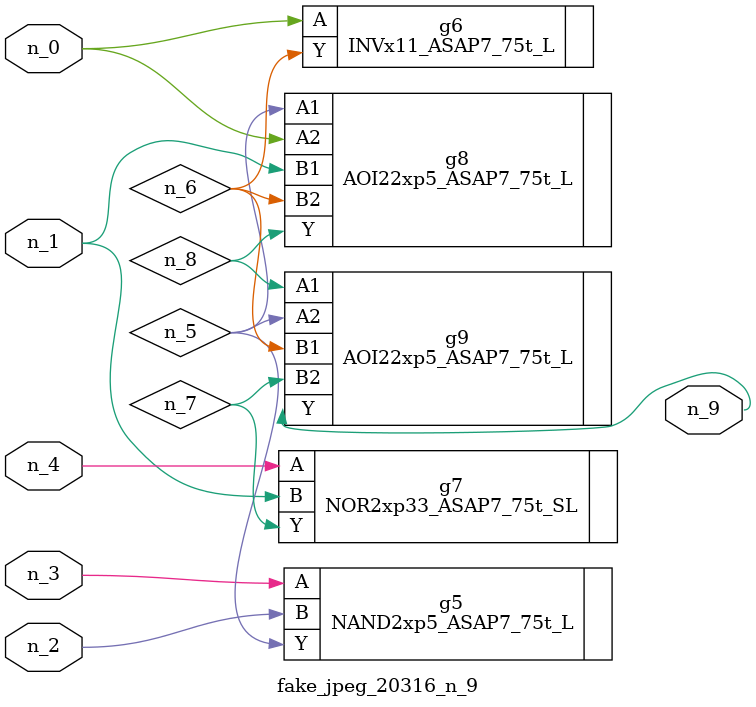
<source format=v>
module fake_jpeg_20316_n_9 (n_3, n_2, n_1, n_0, n_4, n_9);

input n_3;
input n_2;
input n_1;
input n_0;
input n_4;

output n_9;

wire n_8;
wire n_6;
wire n_5;
wire n_7;

NAND2xp5_ASAP7_75t_L g5 ( 
.A(n_3),
.B(n_2),
.Y(n_5)
);

INVx11_ASAP7_75t_L g6 ( 
.A(n_0),
.Y(n_6)
);

NOR2xp33_ASAP7_75t_SL g7 ( 
.A(n_4),
.B(n_1),
.Y(n_7)
);

AOI22xp5_ASAP7_75t_L g8 ( 
.A1(n_5),
.A2(n_0),
.B1(n_1),
.B2(n_6),
.Y(n_8)
);

AOI22xp5_ASAP7_75t_L g9 ( 
.A1(n_8),
.A2(n_5),
.B1(n_6),
.B2(n_7),
.Y(n_9)
);


endmodule
</source>
